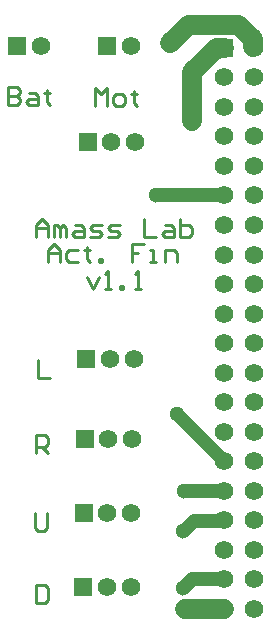
<source format=gbr>
G04*
G04 #@! TF.GenerationSoftware,Altium Limited,Altium Designer,24.5.2 (23)*
G04*
G04 Layer_Physical_Order=1*
G04 Layer_Color=255*
%FSLAX44Y44*%
%MOMM*%
G71*
G04*
G04 #@! TF.SameCoordinates,B971CA3B-A222-4AFF-BBFA-218D2BC303AB*
G04*
G04*
G04 #@! TF.FilePolarity,Positive*
G04*
G01*
G75*
%ADD10C,1.7000*%
%ADD11C,1.2000*%
%ADD12C,0.2540*%
%ADD13R,1.5750X1.5750*%
%ADD14C,1.5750*%
%ADD15R,1.5750X1.5750*%
%ADD16C,1.3000*%
D10*
X758190Y1101090D02*
X778650Y1121550D01*
X785260D01*
X758190Y1059180D02*
Y1101090D01*
X739140Y1125220D02*
X755010Y1141090D01*
X797083D01*
X809542Y1128631D01*
Y1122268D02*
Y1128631D01*
X751840Y646550D02*
X785260D01*
D11*
X750570Y664210D02*
X750759D01*
X758099Y671550D01*
X785051Y996759D02*
X785260Y996550D01*
X727710Y996950D02*
X727901Y996759D01*
X785051D01*
X809542Y1122268D02*
X810260Y1121550D01*
X758099Y671550D02*
X785260D01*
X750570Y712470D02*
X750759D01*
X784806Y721096D02*
X785260Y721550D01*
X759385Y721096D02*
X784806D01*
X750759Y712470D02*
X759385Y721096D01*
X750780Y746550D02*
X785260D01*
X745267Y811543D02*
X785260Y771550D01*
D12*
X627380Y857245D02*
Y842010D01*
X637537D01*
X669297Y927097D02*
X674376Y916940D01*
X679454Y927097D01*
X684532Y916940D02*
X689611D01*
X687072D01*
Y932175D01*
X684532Y929636D01*
X697228Y916940D02*
Y919479D01*
X699768D01*
Y916940D01*
X697228D01*
X709924D02*
X715003D01*
X712463D01*
Y932175D01*
X709924Y929636D01*
X636288Y939800D02*
Y949957D01*
X641366Y955035D01*
X646444Y949957D01*
Y939800D01*
Y947418D01*
X636288D01*
X661680Y949957D02*
X654062D01*
X651523Y947418D01*
Y942339D01*
X654062Y939800D01*
X661680D01*
X669297Y952496D02*
Y949957D01*
X666758D01*
X671836D01*
X669297D01*
Y942339D01*
X671836Y939800D01*
X679454D02*
Y942339D01*
X681993D01*
Y939800D01*
X679454D01*
X717541Y955035D02*
X707385D01*
Y947418D01*
X712463D01*
X707385D01*
Y939800D01*
X722620D02*
X727698D01*
X725159D01*
Y949957D01*
X722620D01*
X735316Y939800D02*
Y949957D01*
X742933D01*
X745472Y947418D01*
Y939800D01*
X626110Y961390D02*
Y971547D01*
X631188Y976625D01*
X636267Y971547D01*
Y961390D01*
Y969007D01*
X626110D01*
X641345Y961390D02*
Y971547D01*
X643884D01*
X646423Y969007D01*
Y961390D01*
Y969007D01*
X648963Y971547D01*
X651502Y969007D01*
Y961390D01*
X659119Y971547D02*
X664198D01*
X666737Y969007D01*
Y961390D01*
X659119D01*
X656580Y963929D01*
X659119Y966468D01*
X666737D01*
X671815Y961390D02*
X679433D01*
X681972Y963929D01*
X679433Y966468D01*
X674354D01*
X671815Y969007D01*
X674354Y971547D01*
X681972D01*
X687050Y961390D02*
X694668D01*
X697207Y963929D01*
X694668Y966468D01*
X689589D01*
X687050Y969007D01*
X689589Y971547D01*
X697207D01*
X717520Y976625D02*
Y961390D01*
X727677D01*
X735295Y971547D02*
X740373D01*
X742912Y969007D01*
Y961390D01*
X735295D01*
X732756Y963929D01*
X735295Y966468D01*
X742912D01*
X747991Y976625D02*
Y961390D01*
X755608D01*
X758147Y963929D01*
Y966468D01*
Y969007D01*
X755608Y971547D01*
X747991D01*
X675640Y1071880D02*
Y1087115D01*
X680718Y1082037D01*
X685797Y1087115D01*
Y1071880D01*
X693414D02*
X698493D01*
X701032Y1074419D01*
Y1079498D01*
X698493Y1082037D01*
X693414D01*
X690875Y1079498D01*
Y1074419D01*
X693414Y1071880D01*
X708649Y1084576D02*
Y1082037D01*
X706110D01*
X711189D01*
X708649D01*
Y1074419D01*
X711189Y1071880D01*
X626110Y666745D02*
Y651510D01*
X633727D01*
X636267Y654049D01*
Y664206D01*
X633727Y666745D01*
X626110D01*
X624840Y727705D02*
Y715009D01*
X627379Y712470D01*
X632458D01*
X634997Y715009D01*
Y727705D01*
X626110Y778510D02*
Y793745D01*
X633727D01*
X636267Y791206D01*
Y786127D01*
X633727Y783588D01*
X626110D01*
X631188D02*
X636267Y778510D01*
X601980Y1088385D02*
Y1073150D01*
X609598D01*
X612137Y1075689D01*
Y1078228D01*
X609598Y1080768D01*
X601980D01*
X609598D01*
X612137Y1083307D01*
Y1085846D01*
X609598Y1088385D01*
X601980D01*
X619754Y1083307D02*
X624833D01*
X627372Y1080768D01*
Y1073150D01*
X619754D01*
X617215Y1075689D01*
X619754Y1078228D01*
X627372D01*
X634989Y1085846D02*
Y1083307D01*
X632450D01*
X637528D01*
X634989D01*
Y1075689D01*
X637528Y1073150D01*
D13*
X668340Y857670D02*
D03*
X667070Y790551D02*
D03*
X665991Y728009D02*
D03*
X665800Y664630D02*
D03*
X669610Y1041820D02*
D03*
X686120Y1122680D02*
D03*
X609920D02*
D03*
D14*
X688340Y857670D02*
D03*
X708340D02*
D03*
X687070Y790551D02*
D03*
X707070D02*
D03*
X685991Y728009D02*
D03*
X705991D02*
D03*
X685800Y664630D02*
D03*
X705800D02*
D03*
X689610Y1041820D02*
D03*
X709610D02*
D03*
X706120Y1122680D02*
D03*
X629920D02*
D03*
X810260Y1121550D02*
D03*
X785260Y1096550D02*
D03*
X810260D02*
D03*
X785260Y1071550D02*
D03*
X810260D02*
D03*
X785260Y1046550D02*
D03*
X810260D02*
D03*
X785260Y1021550D02*
D03*
X810260D02*
D03*
X785260Y996550D02*
D03*
X810260D02*
D03*
X785260Y971550D02*
D03*
X810260D02*
D03*
X785260Y946550D02*
D03*
X810260D02*
D03*
X785260Y921550D02*
D03*
X810260D02*
D03*
X785260Y896550D02*
D03*
X810260D02*
D03*
X785260Y871550D02*
D03*
X810260D02*
D03*
X785260Y846550D02*
D03*
X810260D02*
D03*
X785260Y821550D02*
D03*
X810260D02*
D03*
X785260Y796550D02*
D03*
X810260D02*
D03*
X785260Y771550D02*
D03*
X810260D02*
D03*
X785260Y746550D02*
D03*
X810260D02*
D03*
X785260Y721550D02*
D03*
X810260D02*
D03*
X785260Y696550D02*
D03*
X810260D02*
D03*
X785260Y671550D02*
D03*
X810260D02*
D03*
X785260Y646550D02*
D03*
X810260D02*
D03*
D15*
X785260Y1121550D02*
D03*
D16*
X739140Y1125220D02*
D03*
X758190Y1059180D02*
D03*
X750570Y664210D02*
D03*
X727710Y996950D02*
D03*
X750780Y746550D02*
D03*
X750570Y712470D02*
D03*
X751840Y646550D02*
D03*
X745267Y811543D02*
D03*
M02*

</source>
